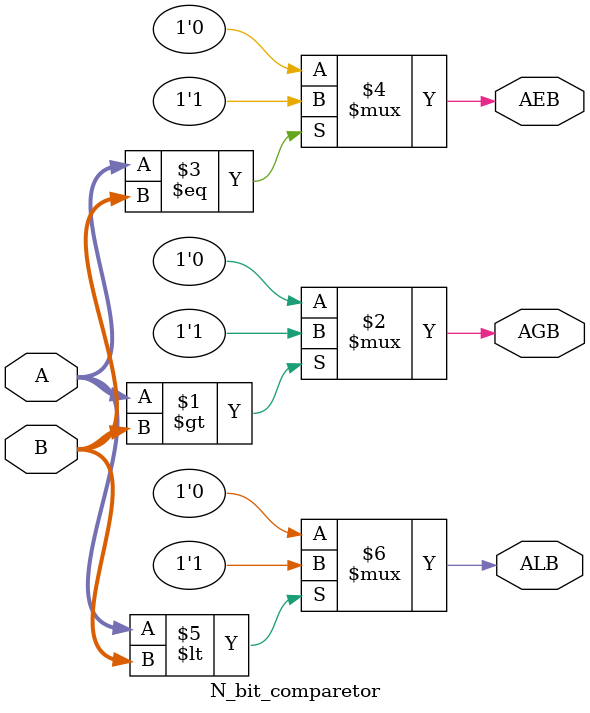
<source format=v>
module N_bit_comparetor (A,B,AGB,AEB,ALB);
	parameter N=4;
	input [N-1:0] A,B;
	output  AGB,AEB,ALB;
	assign AGB=(A>B)?1'b1:1'b0;
	assign AEB=(A==B)?1'b1:1'b0;
	assign ALB=(A<B)?1'b1:1'b0;
endmodule 
</source>
